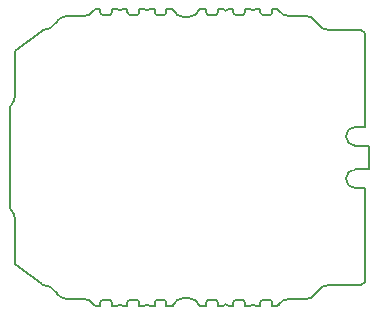
<source format=gbr>
G04 #@! TF.GenerationSoftware,KiCad,Pcbnew,(5.1.4)-1*
G04 #@! TF.CreationDate,2021-04-25T17:32:38+02:00*
G04 #@! TF.ProjectId,ultimateFC,756c7469-6d61-4746-9546-432e6b696361,rev?*
G04 #@! TF.SameCoordinates,Original*
G04 #@! TF.FileFunction,Profile,NP*
%FSLAX46Y46*%
G04 Gerber Fmt 4.6, Leading zero omitted, Abs format (unit mm)*
G04 Created by KiCad (PCBNEW (5.1.4)-1) date 2021-04-25 17:32:38*
%MOMM*%
%LPD*%
G04 APERTURE LIST*
%ADD10C,0.200000*%
G04 APERTURE END LIST*
D10*
X173800000Y-60032938D02*
G75*
G03X174675268Y-59549437I268J1033502D01*
G01*
X167600000Y-76300001D02*
X167706139Y-76444831D01*
X168000000Y-81000000D02*
X168000000Y-77250001D01*
X167706139Y-76444831D02*
G75*
G02X168000000Y-77250001I-956139J-805169D01*
G01*
X167600000Y-76300001D02*
X167600000Y-72150000D01*
X171531783Y-60529123D02*
G75*
G02X170250000Y-61250000I-1281783J779123D01*
G01*
X167600000Y-67700000D02*
X167706139Y-67555170D01*
X171531783Y-83470877D02*
G75*
G03X170250000Y-82750000I-1281783J-779123D01*
G01*
X172300790Y-60043594D02*
X173799998Y-60032938D01*
X173799998Y-83967062D02*
G75*
G02X174675268Y-84450563I270J-1033502D01*
G01*
X168000000Y-81000000D02*
X170250000Y-82750000D01*
X171531783Y-83470877D02*
X171600000Y-83575000D01*
X167706139Y-67555170D02*
G75*
G03X168000000Y-66750000I-956139J805170D01*
G01*
X172300790Y-83956406D02*
X173799998Y-83967062D01*
X167600000Y-67700000D02*
X167600000Y-72150000D01*
X168000000Y-63000000D02*
X168000000Y-66750000D01*
X171531783Y-60529123D02*
X171600000Y-60425000D01*
X168000000Y-63000000D02*
X170250000Y-61250000D01*
X172300004Y-60043652D02*
G75*
G03X171600000Y-60425000I71252J-963929D01*
G01*
X172300790Y-83956406D02*
G75*
G02X171600000Y-83575000I70466J963987D01*
G01*
X192624881Y-83994654D02*
G75*
G03X193403000Y-83584694I-21881J984960D01*
G01*
X193469646Y-83471754D02*
G75*
G02X194750000Y-82750000I1281610J-776990D01*
G01*
X195072691Y-82785428D02*
X195150000Y-82800000D01*
X195150000Y-82800000D02*
X197300000Y-82800000D01*
X197600000Y-74600000D02*
X197600000Y-82500000D01*
X193403000Y-83584694D02*
X193469647Y-83471754D01*
X197600000Y-82500000D02*
X197300000Y-82800000D01*
X192624881Y-83994654D02*
X191250328Y-83968303D01*
X195072692Y-82785428D02*
G75*
G03X194750000Y-82750000I-323948J-1463316D01*
G01*
X191250328Y-83968303D02*
G75*
G03X190324732Y-84450565I-50596J-1032262D01*
G01*
X192624881Y-60005346D02*
G75*
G02X193403000Y-60415306I-21881J-984960D01*
G01*
X193469646Y-60528246D02*
G75*
G03X194750000Y-61250000I1281610J776990D01*
G01*
X195072691Y-61214572D02*
X195150000Y-61200000D01*
X195150000Y-61200000D02*
X197300000Y-61200000D01*
X197600000Y-69400000D02*
X197600000Y-61500000D01*
X193403000Y-60415306D02*
X193469647Y-60528246D01*
X197600000Y-61500000D02*
X197300000Y-61200000D01*
X192624881Y-60005346D02*
X191250328Y-60031697D01*
X195072692Y-61214572D02*
G75*
G02X194750000Y-61250000I-323948J1463316D01*
G01*
X191250328Y-60031697D02*
G75*
G02X190324732Y-59549435I-50596J1032262D01*
G01*
X182700000Y-83900000D02*
X182300000Y-83900000D01*
X181367432Y-84539006D02*
G75*
G02X182300000Y-83900000I932568J-360994D01*
G01*
X181367432Y-84539006D02*
X181340000Y-84600000D01*
X183632567Y-84539006D02*
X183660000Y-84600000D01*
X185180000Y-84600000D02*
X185530000Y-84600000D01*
X190301232Y-84463223D02*
X190324732Y-84450565D01*
X186479999Y-84600000D02*
X186130000Y-84600000D01*
X189040000Y-84050000D02*
X189520000Y-84050000D01*
X189780000Y-84600000D02*
X189780000Y-84300398D01*
X185180199Y-84300000D02*
G75*
G03X184920000Y-84050000I-250199J1D01*
G01*
X183632568Y-84539006D02*
G75*
G03X182700000Y-83900000I-932568J-360994D01*
G01*
X185830002Y-84439444D02*
G75*
G02X186130000Y-84600000I-2J-360554D01*
G01*
X187480000Y-84600000D02*
X187830000Y-84600000D01*
X184180000Y-84600000D02*
X183660000Y-84600000D01*
X184920000Y-84050000D02*
X184430000Y-84050398D01*
X189780199Y-84300000D02*
G75*
G03X189520000Y-84050000I-250199J1D01*
G01*
X188130001Y-84439444D02*
G75*
G02X188430000Y-84600000I-1J-360555D01*
G01*
X188779999Y-84600000D02*
X188430000Y-84600000D01*
X184430001Y-84050399D02*
G75*
G03X184180000Y-84300398I-1J-250000D01*
G01*
X187480000Y-84600000D02*
X187480000Y-84300398D01*
X185830000Y-84439445D02*
G75*
G03X185530000Y-84600000I0J-360555D01*
G01*
X188130001Y-84439445D02*
G75*
G03X187830000Y-84600000I-1J-360556D01*
G01*
X189780000Y-84600000D02*
X190129999Y-84600000D01*
X186479801Y-84300000D02*
G75*
G02X186740000Y-84050000I250199J1D01*
G01*
X190301232Y-84463222D02*
G75*
G03X190129999Y-84600000I128767J-336777D01*
G01*
X188779801Y-84300000D02*
G75*
G02X189040000Y-84050000I250199J1D01*
G01*
X186479999Y-84600000D02*
X186480000Y-84300399D01*
X186740000Y-84050000D02*
X187219999Y-84050000D01*
X185180000Y-84600000D02*
X185180000Y-84300399D01*
X187480198Y-84300000D02*
G75*
G03X187219999Y-84050000I-250199J1D01*
G01*
X188779999Y-84600000D02*
X188780000Y-84300399D01*
X184180000Y-84600000D02*
X184180000Y-84300398D01*
X176220001Y-84600000D02*
X176570000Y-84600000D01*
X174698768Y-84463222D02*
G75*
G02X174870001Y-84600000I-128767J-336777D01*
G01*
X179169999Y-84439444D02*
G75*
G03X178870000Y-84600000I1J-360555D01*
G01*
X174698768Y-84463222D02*
X174675268Y-84450565D01*
X177520000Y-84600000D02*
X177170000Y-84600000D01*
X176870000Y-84439445D02*
G75*
G02X177170000Y-84600000I0J-360555D01*
G01*
X175219801Y-84300000D02*
G75*
G02X175480000Y-84050000I250199J1D01*
G01*
X176869999Y-84439444D02*
G75*
G03X176570000Y-84600000I1J-360555D01*
G01*
X175220000Y-84600000D02*
X174870001Y-84600000D01*
X178520001Y-84600000D02*
X178870000Y-84600000D01*
X175960000Y-84050000D02*
X175480000Y-84050000D01*
X175220000Y-84600000D02*
X175220000Y-84300398D01*
X176220199Y-84300000D02*
G75*
G03X175960000Y-84050000I-250199J1D01*
G01*
X178520001Y-84600000D02*
X178520000Y-84300398D01*
X177519801Y-84300000D02*
G75*
G02X177780000Y-84050000I250199J1D01*
G01*
X178260000Y-84050000D02*
X177780000Y-84050000D01*
X177520000Y-84600000D02*
X177520000Y-84300398D01*
X178520199Y-84300000D02*
G75*
G03X178260000Y-84050000I-250199J1D01*
G01*
X176220001Y-84600000D02*
X176220000Y-84300399D01*
X179820000Y-84600000D02*
X179820000Y-84300398D01*
X179170000Y-84439445D02*
G75*
G02X179470000Y-84600000I0J-360555D01*
G01*
X179820000Y-84600000D02*
X179470000Y-84600000D01*
X180080000Y-84050000D02*
X180570000Y-84050398D01*
X180570000Y-84050398D02*
G75*
G02X180820000Y-84300398I0J-250000D01*
G01*
X180820000Y-84600000D02*
X180820000Y-84300398D01*
X179819801Y-84300000D02*
G75*
G02X180080000Y-84050000I250199J1D01*
G01*
X180820000Y-84600000D02*
X181340000Y-84600000D01*
X183632568Y-59460994D02*
G75*
G02X182700000Y-60100000I-932568J360994D01*
G01*
X183632567Y-59460994D02*
X183660000Y-59400000D01*
X188779999Y-59400000D02*
X188430000Y-59400000D01*
X190301232Y-59536778D02*
G75*
G02X190129999Y-59400000I128767J336777D01*
G01*
X185830002Y-59560556D02*
G75*
G03X186130000Y-59400000I-2J360554D01*
G01*
X190301232Y-59536777D02*
X190324732Y-59549435D01*
X187480000Y-59400000D02*
X187830000Y-59400000D01*
X188130001Y-59560555D02*
G75*
G02X187830000Y-59400000I-1J360556D01*
G01*
X189780199Y-59700000D02*
G75*
G02X189520000Y-59950000I-250199J-1D01*
G01*
X188130001Y-59560556D02*
G75*
G03X188430000Y-59400000I-1J360555D01*
G01*
X189780000Y-59400000D02*
X190129999Y-59400000D01*
X186479999Y-59400000D02*
X186130000Y-59400000D01*
X189040000Y-59950000D02*
X189520000Y-59950000D01*
X189780000Y-59400000D02*
X189780000Y-59699602D01*
X188779801Y-59700000D02*
G75*
G03X189040000Y-59950000I250199J-1D01*
G01*
X186479999Y-59400000D02*
X186480000Y-59699601D01*
X187480198Y-59700000D02*
G75*
G02X187219999Y-59950000I-250199J-1D01*
G01*
X186740000Y-59950000D02*
X187219999Y-59950000D01*
X187480000Y-59400000D02*
X187480000Y-59699602D01*
X186479801Y-59700000D02*
G75*
G03X186740000Y-59950000I250199J-1D01*
G01*
X188779999Y-59400000D02*
X188780000Y-59699601D01*
X185180000Y-59400000D02*
X185180000Y-59699601D01*
X185830000Y-59560555D02*
G75*
G02X185530000Y-59400000I0J360555D01*
G01*
X185180000Y-59400000D02*
X185530000Y-59400000D01*
X184920000Y-59950000D02*
X184430000Y-59949602D01*
X184430001Y-59949601D02*
G75*
G02X184180000Y-59699602I-1J250000D01*
G01*
X184180000Y-59400000D02*
X184180000Y-59699602D01*
X185180199Y-59700000D02*
G75*
G02X184920000Y-59950000I-250199J-1D01*
G01*
X184180000Y-59400000D02*
X183660000Y-59400000D01*
X182700000Y-60100000D02*
X182300000Y-60100000D01*
X175220000Y-59400000D02*
X174870001Y-59400000D01*
X174698768Y-59536778D02*
G75*
G03X174870001Y-59400000I-128767J336777D01*
G01*
X176869999Y-59560556D02*
G75*
G02X176570000Y-59400000I1J360555D01*
G01*
X176220001Y-59400000D02*
X176570000Y-59400000D01*
X176870000Y-59560555D02*
G75*
G03X177170000Y-59400000I0J360555D01*
G01*
X177520000Y-59400000D02*
X177170000Y-59400000D01*
X179169999Y-59560556D02*
G75*
G02X178870000Y-59400000I1J360555D01*
G01*
X178520001Y-59400000D02*
X178870000Y-59400000D01*
X174698768Y-59536778D02*
X174675268Y-59549435D01*
X175219801Y-59700000D02*
G75*
G03X175480000Y-59950000I250199J-1D01*
G01*
X175960000Y-59950000D02*
X175480000Y-59950000D01*
X175220000Y-59400000D02*
X175220000Y-59699602D01*
X177520000Y-59400000D02*
X177520000Y-59699602D01*
X177519801Y-59700000D02*
G75*
G03X177780000Y-59950000I250199J-1D01*
G01*
X176220001Y-59400000D02*
X176220000Y-59699601D01*
X176220199Y-59700000D02*
G75*
G02X175960000Y-59950000I-250199J-1D01*
G01*
X178520001Y-59400000D02*
X178520000Y-59699602D01*
X178260000Y-59950000D02*
X177780000Y-59950000D01*
X178520199Y-59700000D02*
G75*
G02X178260000Y-59950000I-250199J-1D01*
G01*
X179170000Y-59560555D02*
G75*
G03X179470000Y-59400000I0J360555D01*
G01*
X179820000Y-59400000D02*
X179820000Y-59699602D01*
X179820000Y-59400000D02*
X179470000Y-59400000D01*
X181367432Y-59460994D02*
G75*
G03X182300000Y-60100000I932568J360994D01*
G01*
X181367432Y-59460994D02*
X181340000Y-59400000D01*
X196820000Y-69400000D02*
X197020000Y-69400000D01*
X197020000Y-69400000D02*
X197600000Y-69400000D01*
X196020000Y-70200000D02*
G75*
G02X196820000Y-69400000I800000J0D01*
G01*
X179819801Y-59700000D02*
G75*
G03X180080000Y-59950000I250199J-1D01*
G01*
X180820000Y-59400000D02*
X180820000Y-59699602D01*
X180820000Y-59400000D02*
X181340000Y-59400000D01*
X180570000Y-59949602D02*
G75*
G03X180820000Y-59699602I0J250000D01*
G01*
X180080000Y-59950000D02*
X180570000Y-59949602D01*
X198000000Y-71000000D02*
X198000000Y-73000000D01*
X196820000Y-74600000D02*
X197020000Y-74600000D01*
X198000000Y-73000000D02*
X196820000Y-73000000D01*
X196820000Y-71000000D02*
G75*
G02X196020000Y-70200000I0J800000D01*
G01*
X196820000Y-73000000D02*
G75*
G03X196020000Y-73800000I0J-800000D01*
G01*
X196020000Y-73800000D02*
G75*
G03X196820000Y-74600000I800000J0D01*
G01*
X197020000Y-74600000D02*
X197600000Y-74600000D01*
X198000000Y-71000000D02*
X196820000Y-71000000D01*
M02*

</source>
